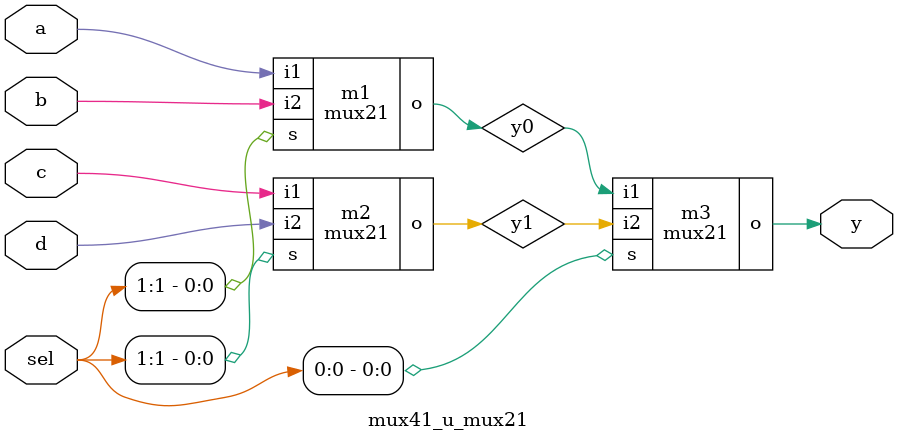
<source format=v>
`timescale 1ns / 1ps 
module mux21 (i1, i2, s, o); 

input i1, i2, s; 
output o; 

assign o = s ? i2 : i1; 

endmodule

module mux41_u_mux21 (a, b, c, d, sel, y);

input a, b, c, d; 
input [1:0] sel; 
output y; 
wire y0, y1; 

mux21 m1 (.i1(a), .i2(b), .s(sel[1]), .o(y0)); 
mux21 m2 (.i1(c), .i2(d), .s(sel[1]), .o(y1)); 
mux21 m3 (.i1(y0), .i2(y1), .s(sel[0]), .o(y)); 

endmodule  


</source>
